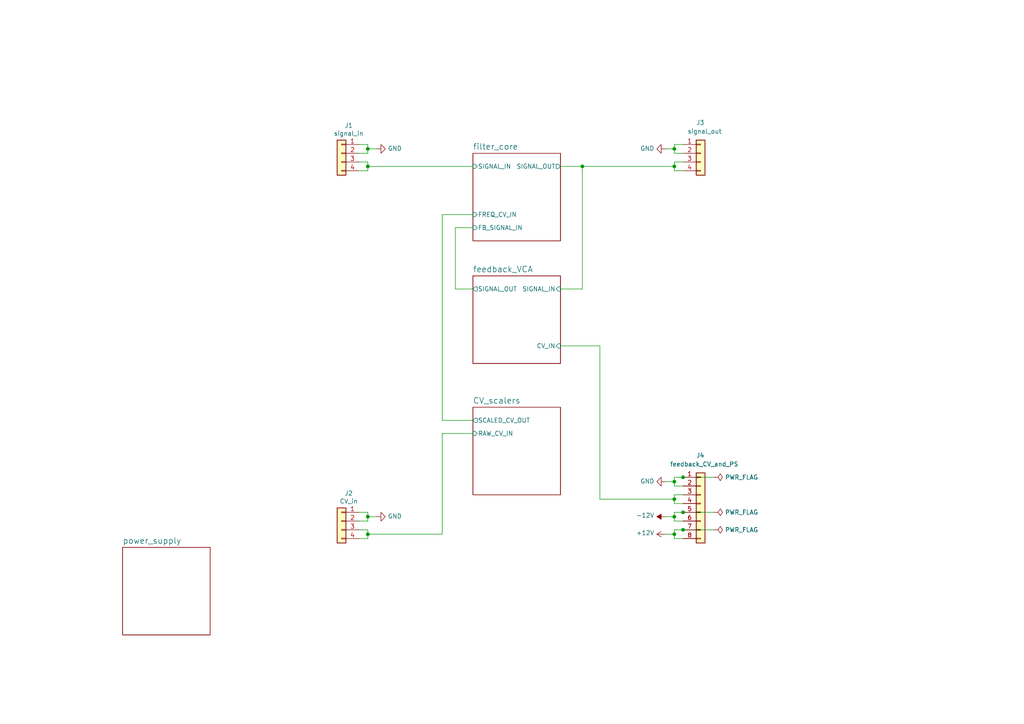
<source format=kicad_sch>
(kicad_sch (version 20211123) (generator eeschema)
  (paper "A4")
  (title_block (title "Late MS20 VCF plug-in board") (date "2022-07-29") (rev "0.1") (comment 1 "creativecommons.org/licenses/by/4.0/") (comment 2 "License: CC by 4.0") (comment 3 "Author: Jordan Aceto"))
  (lib_symbols
    (symbol "Connector_Generic:Conn_01x04" (pin_names (offset 1.016) hide)
      (property "Reference" "J" (at 0 5.08 0))
      (property "Value" "Conn_01x04" (at 0 -7.62 0))
      (symbol "Conn_01x04_1_1"
        (rectangle (start -1.27 -4.953) (end 0 -5.207) (stroke (width 0.1524)))
        (rectangle (start -1.27 -2.413) (end 0 -2.667) (stroke (width 0.1524)))
        (rectangle (start -1.27 0.127) (end 0 -0.127) (stroke (width 0.1524)))
        (rectangle (start -1.27 2.667) (end 0 2.413) (stroke (width 0.1524)))
        (rectangle (start -1.27 3.81) (end 1.27 -6.35) (stroke (width 0.254)) (fill (type background)))
        (pin passive line (at -5.08 2.54 0) (length 3.81) (name "Pin_1") (number "1"))
        (pin passive line (at -5.08 0 0) (length 3.81) (name "Pin_2") (number "2"))
        (pin passive line (at -5.08 -2.54 0) (length 3.81) (name "Pin_3") (number "3"))
        (pin passive line (at -5.08 -5.08 0) (length 3.81) (name "Pin_4") (number "4"))
      )
    )
    (symbol "Connector_Generic:Conn_01x08" (pin_names (offset 1.016) hide)
      (property "Reference" "J" (at 0 10.16 0))
      (property "Value" "Conn_01x08" (at 0 -12.7 0))
      (symbol "Conn_01x08_1_1"
        (rectangle (start -1.27 -10.033) (end 0 -10.287) (stroke (width 0.1524)))
        (rectangle (start -1.27 -7.493) (end 0 -7.747) (stroke (width 0.1524)))
        (rectangle (start -1.27 -4.953) (end 0 -5.207) (stroke (width 0.1524)))
        (rectangle (start -1.27 -2.413) (end 0 -2.667) (stroke (width 0.1524)))
        (rectangle (start -1.27 0.127) (end 0 -0.127) (stroke (width 0.1524)))
        (rectangle (start -1.27 2.667) (end 0 2.413) (stroke (width 0.1524)))
        (rectangle (start -1.27 5.207) (end 0 4.953) (stroke (width 0.1524)))
        (rectangle (start -1.27 7.747) (end 0 7.493) (stroke (width 0.1524)))
        (rectangle (start -1.27 8.89) (end 1.27 -11.43) (stroke (width 0.254)) (fill (type background)))
        (pin passive line (at -5.08 7.62 0) (length 3.81) (name "Pin_1") (number "1"))
        (pin passive line (at -5.08 5.08 0) (length 3.81) (name "Pin_2") (number "2"))
        (pin passive line (at -5.08 2.54 0) (length 3.81) (name "Pin_3") (number "3"))
        (pin passive line (at -5.08 0 0) (length 3.81) (name "Pin_4") (number "4"))
        (pin passive line (at -5.08 -2.54 0) (length 3.81) (name "Pin_5") (number "5"))
        (pin passive line (at -5.08 -5.08 0) (length 3.81) (name "Pin_6") (number "6"))
        (pin passive line (at -5.08 -7.62 0) (length 3.81) (name "Pin_7") (number "7"))
        (pin passive line (at -5.08 -10.16 0) (length 3.81) (name "Pin_8") (number "8"))
      )
    )
    (symbol "power:+12V" (power) (pin_names (offset 0))
      (property "Value" "+12V" (at 0 3.556 0))
      (symbol "+12V_0_1"
        (polyline (pts (xy -0.762 1.27) (xy 0 2.54)))
        (polyline (pts (xy 0 0) (xy 0 2.54)))
        (polyline (pts (xy 0 2.54) (xy 0.762 1.27)))
      )
      (symbol "+12V_1_1"
        (pin power_in line (at 0 0 90) (length 0) hide (name "+12V") (number "1"))
      )
    )
    (symbol "power:-12V" (power) (pin_names (offset 0))
      (property "Value" "-12V" (at 0 3.81 0))
      (symbol "-12V_0_0"
        (pin power_in line (at 0 0 90) (length 0) hide (name "-12V") (number "1"))
      )
      (symbol "-12V_0_1"
        (polyline (pts (xy 0 0) (xy 0 1.27) (xy 0.762 1.27) (xy 0 2.54) (xy -0.762 1.27) (xy 0 1.27)) (fill (type outline)))
      )
    )
    (symbol "power:GND" (power) (pin_names (offset 0))
      (property "Value" "GND" (at 0 -3.81 0))
      (symbol "GND_0_1"
        (polyline (pts (xy 0 0) (xy 0 -1.27) (xy 1.27 -1.27) (xy 0 -2.54) (xy -1.27 -1.27) (xy 0 -1.27)))
      )
      (symbol "GND_1_1"
        (pin power_in line (at 0 0 270) (length 0) hide (name "GND") (number "1"))
      )
    )
    (symbol "power:PWR_FLAG" (power) (pin_numbers hide) (pin_names (offset 0) hide)
      (property "Value" "PWR_FLAG" (at 0 3.81 0))
      (symbol "PWR_FLAG_0_0"
        (pin power_out line (at 0 0 90) (length 0) (name "pwr") (number "1"))
      )
      (symbol "PWR_FLAG_0_1"
        (polyline (pts (xy 0 0) (xy 0 1.27) (xy -1.016 1.905) (xy 0 2.54) (xy 1.016 1.905) (xy 0 1.27)))
      )
    )
  )
  (junction (at 198.12 153.67))
  (junction (at 106.68 149.86))
  (junction (at 195.58 139.7))
  (junction (at 195.58 144.78))
  (junction (at 198.12 148.59))
  (junction (at 168.91 48.26))
  (junction (at 195.58 149.86))
  (junction (at 106.68 48.26))
  (junction (at 106.68 43.18))
  (junction (at 195.58 48.26))
  (junction (at 195.58 43.18))
  (junction (at 198.12 138.43))
  (junction (at 195.58 154.94))
  (junction (at 106.68 154.94))
  (wire (pts (xy 128.27 121.92) (xy 128.27 62.23)))
  (wire (pts (xy 106.68 154.94) (xy 128.27 154.94)))
  (wire (pts (xy 106.68 148.59) (xy 106.68 149.86)))
  (wire (pts (xy 195.58 149.86) (xy 195.58 148.59)))
  (wire (pts (xy 195.58 153.67) (xy 198.12 153.67)))
  (wire (pts (xy 195.58 139.7) (xy 195.58 138.43)))
  (wire (pts (xy 137.16 121.92) (xy 128.27 121.92)))
  (wire (pts (xy 198.12 156.21) (xy 195.58 156.21)))
  (wire (pts (xy 195.58 49.53) (xy 198.12 49.53)))
  (wire (pts (xy 104.14 148.59) (xy 106.68 148.59)))
  (wire (pts (xy 195.58 140.97) (xy 195.58 139.7)))
  (wire (pts (xy 106.68 44.45) (xy 104.14 44.45)))
  (wire (pts (xy 128.27 154.94) (xy 128.27 125.73)))
  (wire (pts (xy 193.04 149.86) (xy 195.58 149.86)))
  (wire (pts (xy 195.58 46.99) (xy 195.58 48.26)))
  (wire (pts (xy 195.58 144.78) (xy 195.58 146.05)))
  (wire (pts (xy 106.68 43.18) (xy 106.68 44.45)))
  (wire (pts (xy 137.16 83.82) (xy 132.08 83.82)))
  (wire (pts (xy 106.68 153.67) (xy 106.68 154.94)))
  (wire (pts (xy 168.91 83.82) (xy 168.91 48.26)))
  (wire (pts (xy 106.68 149.86) (xy 109.22 149.86)))
  (wire (pts (xy 106.68 49.53) (xy 104.14 49.53)))
  (wire (pts (xy 162.56 83.82) (xy 168.91 83.82)))
  (wire (pts (xy 193.04 154.94) (xy 195.58 154.94)))
  (wire (pts (xy 195.58 139.7) (xy 193.04 139.7)))
  (wire (pts (xy 173.99 100.33) (xy 162.56 100.33)))
  (wire (pts (xy 195.58 48.26) (xy 195.58 49.53)))
  (wire (pts (xy 195.58 144.78) (xy 173.99 144.78)))
  (wire (pts (xy 198.12 151.13) (xy 195.58 151.13)))
  (wire (pts (xy 128.27 62.23) (xy 137.16 62.23)))
  (wire (pts (xy 207.01 148.59) (xy 198.12 148.59)))
  (wire (pts (xy 104.14 41.91) (xy 106.68 41.91)))
  (wire (pts (xy 173.99 144.78) (xy 173.99 100.33)))
  (wire (pts (xy 195.58 138.43) (xy 198.12 138.43)))
  (wire (pts (xy 198.12 146.05) (xy 195.58 146.05)))
  (wire (pts (xy 162.56 48.26) (xy 168.91 48.26)))
  (wire (pts (xy 106.68 41.91) (xy 106.68 43.18)))
  (wire (pts (xy 104.14 46.99) (xy 106.68 46.99)))
  (wire (pts (xy 207.01 153.67) (xy 198.12 153.67)))
  (wire (pts (xy 106.68 154.94) (xy 106.68 156.21)))
  (wire (pts (xy 195.58 148.59) (xy 198.12 148.59)))
  (wire (pts (xy 195.58 151.13) (xy 195.58 149.86)))
  (wire (pts (xy 195.58 143.51) (xy 195.58 144.78)))
  (wire (pts (xy 106.68 48.26) (xy 106.68 49.53)))
  (wire (pts (xy 195.58 156.21) (xy 195.58 154.94)))
  (wire (pts (xy 104.14 153.67) (xy 106.68 153.67)))
  (wire (pts (xy 132.08 83.82) (xy 132.08 66.04)))
  (wire (pts (xy 106.68 149.86) (xy 106.68 151.13)))
  (wire (pts (xy 132.08 66.04) (xy 137.16 66.04)))
  (wire (pts (xy 106.68 43.18) (xy 109.22 43.18)))
  (wire (pts (xy 106.68 151.13) (xy 104.14 151.13)))
  (wire (pts (xy 168.91 48.26) (xy 195.58 48.26)))
  (wire (pts (xy 198.12 140.97) (xy 195.58 140.97)))
  (wire (pts (xy 195.58 154.94) (xy 195.58 153.67)))
  (wire (pts (xy 195.58 143.51) (xy 198.12 143.51)))
  (wire (pts (xy 195.58 44.45) (xy 198.12 44.45)))
  (wire (pts (xy 195.58 43.18) (xy 195.58 44.45)))
  (wire (pts (xy 106.68 46.99) (xy 106.68 48.26)))
  (wire (pts (xy 106.68 48.26) (xy 137.16 48.26)))
  (wire (pts (xy 106.68 156.21) (xy 104.14 156.21)))
  (wire (pts (xy 128.27 125.73) (xy 137.16 125.73)))
  (wire (pts (xy 198.12 41.91) (xy 195.58 41.91)))
  (wire (pts (xy 198.12 46.99) (xy 195.58 46.99)))
  (wire (pts (xy 207.01 138.43) (xy 198.12 138.43)))
  (wire (pts (xy 195.58 41.91) (xy 195.58 43.18)))
  (wire (pts (xy 195.58 43.18) (xy 193.04 43.18)))
  (symbol (lib_id "Connector_Generic:Conn_01x04") (at 99.06 44.45 0) (mirror y) (unit 1)
    (property "Reference" "J1" (at 101.1428 36.3982 0))
    (property "Value" "signal_in" (at 101.1428 38.7096 0))
    (property "Footprint" "Connector_PinHeader_2.54mm:PinHeader_1x04_P2.54mm_Vertical" (effects hide))
  )
  (symbol (lib_id "power:GND") (at 109.22 43.18 90) (unit 1)
    (property "Reference" "#PWR01" (effects hide))
    (property "Value" "GND" (at 112.4712 43.053 90) (effects (justify right)))
  )
  (symbol (lib_id "Connector_Generic:Conn_01x04") (at 203.2 44.45 0) (unit 1)
    (property "Reference" "J3" (at 201.93 35.56 0) (effects (justify left)))
    (property "Value" "signal_out" (at 199.39 38.1 0) (effects (justify left)))
    (property "Footprint" "Connector_PinHeader_2.54mm:PinHeader_1x04_P2.54mm_Vertical" (effects hide))
  )
  (symbol (lib_id "power:GND") (at 193.04 43.18 270) (mirror x) (unit 1)
    (property "Reference" "#PWR03" (effects hide))
    (property "Value" "GND" (at 189.7888 43.053 90) (effects (justify right)))
  )
  (symbol (lib_id "Connector_Generic:Conn_01x04") (at 99.06 151.13 0) (mirror y) (unit 1)
    (property "Reference" "J2" (at 101.1428 143.0782 0))
    (property "Value" "CV_in" (at 101.1428 145.3896 0))
    (property "Footprint" "Connector_PinHeader_2.54mm:PinHeader_1x04_P2.54mm_Vertical" (effects hide))
  )
  (symbol (lib_id "power:GND") (at 109.22 149.86 90) (unit 1)
    (property "Reference" "#PWR02" (effects hide))
    (property "Value" "GND" (at 112.4712 149.733 90) (effects (justify right)))
  )
  (symbol (lib_id "Connector_Generic:Conn_01x08") (at 203.2 146.05 0) (unit 1)
    (property "Reference" "J4" (at 201.93 132.08 0) (effects (justify left)))
    (property "Value" "feedback_CV_and_PS" (at 194.31 134.62 0) (effects (justify left)))
    (property "Footprint" "Connector_PinHeader_2.54mm:PinHeader_1x08_P2.54mm_Vertical" (effects hide))
  )
  (symbol (lib_id "power:GND") (at 193.04 139.7 270) (mirror x) (unit 1)
    (property "Reference" "#PWR04" (effects hide))
    (property "Value" "GND" (at 189.7888 139.573 90) (effects (justify right)))
  )
  (symbol (lib_id "power:-12V") (at 193.04 149.86 90) (unit 1)
    (property "Reference" "#PWR05" (effects hide))
    (property "Value" "-12V" (at 189.7888 149.479 90) (effects (justify left)))
  )
  (symbol (lib_id "power:+12V") (at 193.04 154.94 90) (unit 1)
    (property "Reference" "#PWR06" (effects hide))
    (property "Value" "+12V" (at 189.7888 154.559 90) (effects (justify left)))
  )
  (symbol (lib_id "power:PWR_FLAG") (at 207.01 138.43 270) (unit 1)
    (property "Reference" "#FLG01" (effects hide))
    (property "Value" "PWR_FLAG" (at 210.2612 138.43 90) (effects (justify left)))
  )
  (symbol (lib_id "power:PWR_FLAG") (at 207.01 148.59 270) (unit 1)
    (property "Reference" "#FLG02" (effects hide))
    (property "Value" "PWR_FLAG" (at 210.2612 148.59 90) (effects (justify left)))
  )
  (symbol (lib_id "power:PWR_FLAG") (at 207.01 153.67 270) (unit 1)
    (property "Reference" "#FLG03" (effects hide))
    (property "Value" "PWR_FLAG" (at 210.2612 153.67 90) (effects (justify left)))
  )
  (sheet (at 137.16 44.45) (size 25.4 25.4)
    (property "Sheet name" "filter_core" (at 137.16 43.5234 0) (effects (font (size 1.7 1.7)) (justify left bottom)))
    (property "Sheet file" "filter_core.kicad_sch" (effects hide))
    (pin "FB_SIGNAL_IN" input (at 137.16 66.04 180))
    (pin "FREQ_CV_IN" input (at 137.16 62.23 180))
    (pin "SIGNAL_IN" input (at 137.16 48.26 180))
    (pin "SIGNAL_OUT" output (at 162.56 48.26 0))
  )
  (sheet (at 137.16 80.01) (size 25.4 25.4)
    (property "Sheet name" "feedback_VCA" (at 137.16 79.0834 0) (effects (font (size 1.7 1.7)) (justify left bottom)))
    (property "Sheet file" "feedback_VCA.kicad_sch" (effects hide))
    (pin "SIGNAL_OUT" output (at 137.16 83.82 180))
    (pin "SIGNAL_IN" input (at 162.56 83.82 0))
    (pin "CV_IN" input (at 162.56 100.33 0))
  )
  (sheet (at 137.16 118.11) (size 25.4 25.4)
    (property "Sheet name" "CV_scalers" (at 137.16 117.1834 0) (effects (font (size 1.7 1.7)) (justify left bottom)))
    (property "Sheet file" "CV_scalers.kicad_sch" (effects hide))
    (pin "SCALED_CV_OUT" output (at 137.16 121.92 180))
    (pin "RAW_CV_IN" input (at 137.16 125.73 180))
  )
  (sheet (at 35.56 158.75) (size 25.4 25.4)
    (property "Sheet name" "power_supply" (at 35.56 157.8234 0) (effects (font (size 1.7 1.7)) (justify left bottom)))
    (property "Sheet file" "power_supply.kicad_sch" (effects hide))
  )
)
</source>
